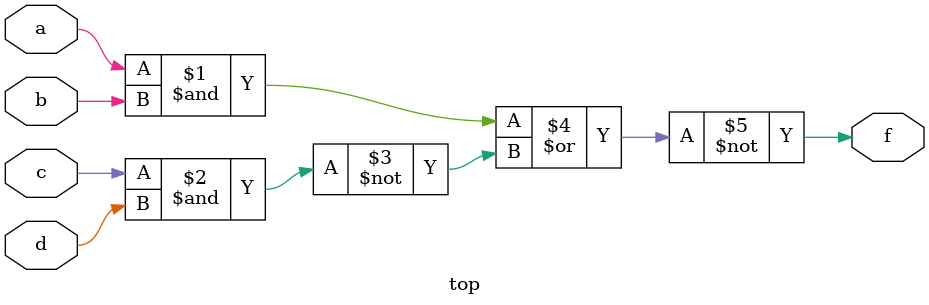
<source format=v>
module top(
  input a,
  input b,
  input c,
  input d,
  output f
);
  assign f = ~((a&b) | (~(c&d)));
endmodule

</source>
